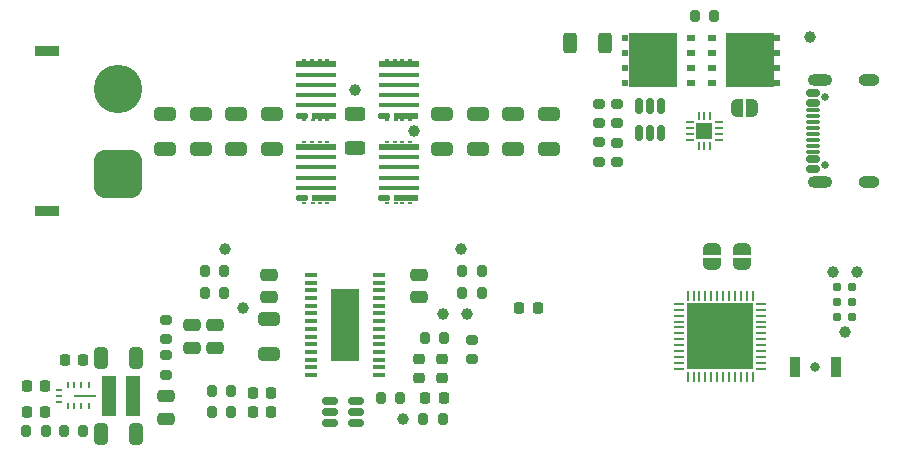
<source format=gbr>
%TF.GenerationSoftware,KiCad,Pcbnew,7.0.8*%
%TF.CreationDate,2024-04-29T11:53:12-04:00*%
%TF.ProjectId,PD Charger,50442043-6861-4726-9765-722e6b696361,rev?*%
%TF.SameCoordinates,Original*%
%TF.FileFunction,Soldermask,Top*%
%TF.FilePolarity,Negative*%
%FSLAX46Y46*%
G04 Gerber Fmt 4.6, Leading zero omitted, Abs format (unit mm)*
G04 Created by KiCad (PCBNEW 7.0.8) date 2024-04-29 11:53:12*
%MOMM*%
%LPD*%
G01*
G04 APERTURE LIST*
G04 Aperture macros list*
%AMRoundRect*
0 Rectangle with rounded corners*
0 $1 Rounding radius*
0 $2 $3 $4 $5 $6 $7 $8 $9 X,Y pos of 4 corners*
0 Add a 4 corners polygon primitive as box body*
4,1,4,$2,$3,$4,$5,$6,$7,$8,$9,$2,$3,0*
0 Add four circle primitives for the rounded corners*
1,1,$1+$1,$2,$3*
1,1,$1+$1,$4,$5*
1,1,$1+$1,$6,$7*
1,1,$1+$1,$8,$9*
0 Add four rect primitives between the rounded corners*
20,1,$1+$1,$2,$3,$4,$5,0*
20,1,$1+$1,$4,$5,$6,$7,0*
20,1,$1+$1,$6,$7,$8,$9,0*
20,1,$1+$1,$8,$9,$2,$3,0*%
%AMFreePoly0*
4,1,19,0.500000,-0.750000,0.000000,-0.750000,0.000000,-0.744911,-0.071157,-0.744911,-0.207708,-0.704816,-0.327430,-0.627875,-0.420627,-0.520320,-0.479746,-0.390866,-0.500000,-0.250000,-0.500000,0.250000,-0.479746,0.390866,-0.420627,0.520320,-0.327430,0.627875,-0.207708,0.704816,-0.071157,0.744911,0.000000,0.744911,0.000000,0.750000,0.500000,0.750000,0.500000,-0.750000,0.500000,-0.750000,
$1*%
%AMFreePoly1*
4,1,19,0.000000,0.744911,0.071157,0.744911,0.207708,0.704816,0.327430,0.627875,0.420627,0.520320,0.479746,0.390866,0.500000,0.250000,0.500000,-0.250000,0.479746,-0.390866,0.420627,-0.520320,0.327430,-0.627875,0.207708,-0.704816,0.071157,-0.744911,0.000000,-0.744911,0.000000,-0.750000,-0.500000,-0.750000,-0.500000,0.750000,0.000000,0.750000,0.000000,0.744911,0.000000,0.744911,
$1*%
G04 Aperture macros list end*
%ADD10C,1.000000*%
%ADD11C,0.800000*%
%ADD12R,0.900000X1.700000*%
%ADD13RoundRect,0.200000X-0.200000X-0.275000X0.200000X-0.275000X0.200000X0.275000X-0.200000X0.275000X0*%
%ADD14C,0.990600*%
%ADD15C,0.787400*%
%ADD16RoundRect,0.200000X0.200000X0.275000X-0.200000X0.275000X-0.200000X-0.275000X0.200000X-0.275000X0*%
%ADD17RoundRect,0.225000X-0.225000X-0.250000X0.225000X-0.250000X0.225000X0.250000X-0.225000X0.250000X0*%
%ADD18RoundRect,0.225000X0.225000X0.250000X-0.225000X0.250000X-0.225000X-0.250000X0.225000X-0.250000X0*%
%ADD19R,1.100000X0.400000*%
%ADD20R,1.200000X1.542500*%
%ADD21RoundRect,0.250000X0.475000X-0.250000X0.475000X0.250000X-0.475000X0.250000X-0.475000X-0.250000X0*%
%ADD22FreePoly0,270.000000*%
%ADD23FreePoly1,270.000000*%
%ADD24R,0.249999X0.599999*%
%ADD25R,0.599999X0.249999*%
%ADD26R,1.825000X0.249999*%
%ADD27RoundRect,0.200000X0.275000X-0.200000X0.275000X0.200000X-0.275000X0.200000X-0.275000X-0.200000X0*%
%ADD28RoundRect,0.250000X-0.650000X0.325000X-0.650000X-0.325000X0.650000X-0.325000X0.650000X0.325000X0*%
%ADD29RoundRect,0.062500X-0.062500X0.275000X-0.062500X-0.275000X0.062500X-0.275000X0.062500X0.275000X0*%
%ADD30RoundRect,0.062500X-0.275000X0.062500X-0.275000X-0.062500X0.275000X-0.062500X0.275000X0.062500X0*%
%ADD31R,1.450000X1.450000*%
%ADD32RoundRect,0.050000X1.650000X-0.135000X1.650000X0.135000X-1.650000X0.135000X-1.650000X-0.135000X0*%
%ADD33RoundRect,0.069853X1.630147X-0.167647X1.630147X0.167647X-1.630147X0.167647X-1.630147X-0.167647X0*%
%ADD34R,0.370000X0.290000*%
%ADD35RoundRect,0.050532X0.441968X-0.186968X0.441968X0.186968X-0.441968X0.186968X-0.441968X-0.186968X0*%
%ADD36RoundRect,0.050532X0.986968X-0.186968X0.986968X0.186968X-0.986968X0.186968X-0.986968X-0.186968X0*%
%ADD37RoundRect,0.250000X-0.625000X0.312500X-0.625000X-0.312500X0.625000X-0.312500X0.625000X0.312500X0*%
%ADD38RoundRect,0.200000X-0.275000X0.200000X-0.275000X-0.200000X0.275000X-0.200000X0.275000X0.200000X0*%
%ADD39RoundRect,0.062500X-0.375000X-0.062500X0.375000X-0.062500X0.375000X0.062500X-0.375000X0.062500X0*%
%ADD40RoundRect,0.062500X-0.062500X-0.375000X0.062500X-0.375000X0.062500X0.375000X-0.062500X0.375000X0*%
%ADD41R,5.600000X5.600000*%
%ADD42C,0.650000*%
%ADD43RoundRect,0.150000X0.425000X-0.150000X0.425000X0.150000X-0.425000X0.150000X-0.425000X-0.150000X0*%
%ADD44RoundRect,0.075000X0.500000X-0.075000X0.500000X0.075000X-0.500000X0.075000X-0.500000X-0.075000X0*%
%ADD45O,2.100000X1.000000*%
%ADD46O,1.800000X1.000000*%
%ADD47RoundRect,0.225000X-0.250000X0.225000X-0.250000X-0.225000X0.250000X-0.225000X0.250000X0.225000X0*%
%ADD48RoundRect,0.150000X-0.150000X0.512500X-0.150000X-0.512500X0.150000X-0.512500X0.150000X0.512500X0*%
%ADD49RoundRect,0.250000X0.325000X0.650000X-0.325000X0.650000X-0.325000X-0.650000X0.325000X-0.650000X0*%
%ADD50RoundRect,0.250000X-0.475000X0.250000X-0.475000X-0.250000X0.475000X-0.250000X0.475000X0.250000X0*%
%ADD51R,2.000000X0.900000*%
%ADD52RoundRect,1.025000X1.025000X-1.025000X1.025000X1.025000X-1.025000X1.025000X-1.025000X-1.025000X0*%
%ADD53C,4.100000*%
%ADD54R,0.650000X0.500000*%
%ADD55R,4.120000X4.600000*%
%ADD56R,0.550000X0.500000*%
%ADD57R,1.300000X3.400000*%
%ADD58RoundRect,0.150000X-0.512500X-0.150000X0.512500X-0.150000X0.512500X0.150000X-0.512500X0.150000X0*%
%ADD59FreePoly0,0.000000*%
%ADD60FreePoly1,0.000000*%
%ADD61RoundRect,0.250000X0.312500X0.625000X-0.312500X0.625000X-0.312500X-0.625000X0.312500X-0.625000X0*%
G04 APERTURE END LIST*
D10*
%TO.C,TP2*%
X45800000Y-25000000D03*
%TD*%
D11*
%TO.C,SW1*%
X79800000Y-45000000D03*
D12*
X78100000Y-45000000D03*
X81500000Y-45000000D03*
%TD*%
D13*
%TO.C,R7*%
X28675000Y-47000000D03*
X30325000Y-47000000D03*
%TD*%
D14*
%TO.C,J2*%
X83276000Y-36960000D03*
X81244000Y-36960000D03*
X82260000Y-42040000D03*
D15*
X82895000Y-40770000D03*
X81625000Y-40770000D03*
X82895000Y-39500000D03*
X81625000Y-39500000D03*
X82895000Y-38230000D03*
X81625000Y-38230000D03*
%TD*%
D10*
%TO.C,TP9*%
X48300000Y-40500000D03*
%TD*%
%TO.C,TP8*%
X79300000Y-17000000D03*
%TD*%
%TO.C,TP7*%
X44889279Y-49337045D03*
%TD*%
%TO.C,TP6*%
X50300000Y-40500000D03*
%TD*%
%TO.C,TP5*%
X49800000Y-35000000D03*
%TD*%
%TO.C,TP4*%
X29800000Y-35000000D03*
%TD*%
%TO.C,TP3*%
X31300000Y-40000000D03*
%TD*%
%TO.C,TP1*%
X40800000Y-21500000D03*
%TD*%
D16*
%TO.C,R21*%
X28675000Y-48800000D03*
X30325000Y-48800000D03*
%TD*%
D17*
%TO.C,C37*%
X54725000Y-40000000D03*
X56275000Y-40000000D03*
%TD*%
D18*
%TO.C,C32*%
X14575000Y-46600000D03*
X13025000Y-46600000D03*
%TD*%
D19*
%TO.C,U3*%
X37110000Y-37186250D03*
X37110000Y-37836250D03*
X37110000Y-38486250D03*
X37110000Y-39136250D03*
X37110000Y-39786250D03*
X37110000Y-40436250D03*
X37110000Y-41086250D03*
X37110000Y-41736250D03*
X37110000Y-42386250D03*
X37110000Y-43036250D03*
X37110000Y-43686250D03*
X37110000Y-44336250D03*
X37110000Y-44986250D03*
X37110000Y-45636250D03*
X42810000Y-45636250D03*
X42810000Y-44986250D03*
X42810000Y-44336250D03*
X42810000Y-43686250D03*
X42810000Y-43036250D03*
X42810000Y-42386250D03*
X42810000Y-41736250D03*
X42810000Y-41086250D03*
X42810000Y-40436250D03*
X42810000Y-39786250D03*
X42810000Y-39136250D03*
X42810000Y-38486250D03*
X42810000Y-37836250D03*
X42810000Y-37186250D03*
D20*
X39360000Y-39097500D03*
X39360000Y-40640000D03*
X39360000Y-42182500D03*
X39360000Y-43725000D03*
X40560000Y-39097500D03*
X40560000Y-40640000D03*
X40560000Y-42182500D03*
X40560000Y-43725000D03*
%TD*%
D21*
%TO.C,C4*%
X46275000Y-39050000D03*
X46275000Y-37150000D03*
%TD*%
D16*
%TO.C,R20*%
X14625000Y-50400000D03*
X12975000Y-50400000D03*
%TD*%
D22*
%TO.C,JP2*%
X71000000Y-34950000D03*
D23*
X71000000Y-36250000D03*
%TD*%
D16*
%TO.C,R1*%
X29765000Y-36830000D03*
X28115000Y-36830000D03*
%TD*%
D24*
%TO.C,U2*%
X18300000Y-46499999D03*
X17650001Y-46499999D03*
X17000000Y-46499999D03*
X16500001Y-46499999D03*
D25*
X15775001Y-46900001D03*
X15775001Y-47400000D03*
X15775001Y-47899999D03*
D24*
X16500001Y-48300001D03*
X17000000Y-48300001D03*
X17650001Y-48300001D03*
X18300000Y-48300001D03*
D26*
X17963000Y-47400000D03*
%TD*%
D27*
%TO.C,R11*%
X61500000Y-24325000D03*
X61500000Y-22675000D03*
%TD*%
D28*
%TO.C,C18*%
X57200000Y-23525000D03*
X57200000Y-26475000D03*
%TD*%
D29*
%TO.C,U1*%
X70905000Y-23737500D03*
X70405000Y-23737500D03*
X69905000Y-23737500D03*
D30*
X69142500Y-24250000D03*
X69142500Y-24750000D03*
X69142500Y-25250000D03*
X69142500Y-25750000D03*
D29*
X69905000Y-26262500D03*
X70405000Y-26262500D03*
X70905000Y-26262500D03*
D30*
X71667500Y-25750000D03*
X71667500Y-25250000D03*
X71667500Y-24750000D03*
X71667500Y-24250000D03*
D31*
X70405000Y-25000000D03*
%TD*%
D28*
%TO.C,C21*%
X48200000Y-23525000D03*
X48200000Y-26475000D03*
%TD*%
D13*
%TO.C,R3*%
X49895000Y-36830000D03*
X51545000Y-36830000D03*
%TD*%
D28*
%TO.C,C14*%
X33750000Y-23525000D03*
X33750000Y-26475000D03*
%TD*%
%TO.C,C16*%
X27750000Y-23525000D03*
X27750000Y-26475000D03*
%TD*%
D32*
%TO.C,Q1*%
X37500000Y-29775000D03*
X37500000Y-28075000D03*
D33*
X37500000Y-26325000D03*
D34*
X36525000Y-25945000D03*
X37175000Y-25945000D03*
X37825000Y-25945000D03*
X38475000Y-25945000D03*
X36525000Y-31055000D03*
D35*
X36293000Y-30675000D03*
D34*
X37275000Y-31055000D03*
X37825000Y-31055000D03*
X38475000Y-31055000D03*
D36*
X38163000Y-30675000D03*
D32*
X37500000Y-28925000D03*
X37500000Y-27225000D03*
%TD*%
D16*
%TO.C,R13*%
X71230000Y-15240000D03*
X69580000Y-15240000D03*
%TD*%
D18*
%TO.C,C6*%
X33715000Y-47190000D03*
X32165000Y-47190000D03*
%TD*%
D37*
%TO.C,R5*%
X40800000Y-23537500D03*
X40800000Y-26462500D03*
%TD*%
D16*
%TO.C,R2*%
X29765000Y-38735000D03*
X28115000Y-38735000D03*
%TD*%
D38*
%TO.C,R14*%
X63000000Y-22675000D03*
X63000000Y-24325000D03*
%TD*%
D16*
%TO.C,R19*%
X17825000Y-50400000D03*
X16175000Y-50400000D03*
%TD*%
D39*
%TO.C,U4*%
X68287500Y-39620000D03*
X68287500Y-40120000D03*
X68287500Y-40620000D03*
X68287500Y-41120000D03*
X68287500Y-41620000D03*
X68287500Y-42120000D03*
X68287500Y-42620000D03*
X68287500Y-43120000D03*
X68287500Y-43620000D03*
X68287500Y-44120000D03*
X68287500Y-44620000D03*
X68287500Y-45120000D03*
D40*
X68975000Y-45807500D03*
X69475000Y-45807500D03*
X69975000Y-45807500D03*
X70475000Y-45807500D03*
X70975000Y-45807500D03*
X71475000Y-45807500D03*
X71975000Y-45807500D03*
X72475000Y-45807500D03*
X72975000Y-45807500D03*
X73475000Y-45807500D03*
X73975000Y-45807500D03*
X74475000Y-45807500D03*
D39*
X75162500Y-45120000D03*
X75162500Y-44620000D03*
X75162500Y-44120000D03*
X75162500Y-43620000D03*
X75162500Y-43120000D03*
X75162500Y-42620000D03*
X75162500Y-42120000D03*
X75162500Y-41620000D03*
X75162500Y-41120000D03*
X75162500Y-40620000D03*
X75162500Y-40120000D03*
X75162500Y-39620000D03*
D40*
X74475000Y-38932500D03*
X73975000Y-38932500D03*
X73475000Y-38932500D03*
X72975000Y-38932500D03*
X72475000Y-38932500D03*
X71975000Y-38932500D03*
X71475000Y-38932500D03*
X70975000Y-38932500D03*
X70475000Y-38932500D03*
X69975000Y-38932500D03*
X69475000Y-38932500D03*
X68975000Y-38932500D03*
D41*
X71725000Y-42370000D03*
%TD*%
D17*
%TO.C,C7*%
X46770000Y-47625000D03*
X48320000Y-47625000D03*
%TD*%
D42*
%TO.C,J1*%
X80645000Y-27890000D03*
X80645000Y-22110000D03*
D43*
X79570000Y-28200000D03*
X79570000Y-27400000D03*
D44*
X79570000Y-26250000D03*
X79570000Y-25250000D03*
X79570000Y-24750000D03*
X79570000Y-23750000D03*
D43*
X79570000Y-22600000D03*
X79570000Y-21800000D03*
X79570000Y-21800000D03*
X79570000Y-22600000D03*
D44*
X79570000Y-23250000D03*
X79570000Y-24250000D03*
X79570000Y-25750000D03*
X79570000Y-26750000D03*
D43*
X79570000Y-27400000D03*
X79570000Y-28200000D03*
D45*
X80145000Y-29320000D03*
D46*
X84325000Y-29320000D03*
D45*
X80145000Y-20680000D03*
D46*
X84325000Y-20680000D03*
%TD*%
D28*
%TO.C,C20*%
X51200000Y-23525000D03*
X51200000Y-26475000D03*
%TD*%
D47*
%TO.C,C8*%
X48180000Y-44310000D03*
X48180000Y-45860000D03*
%TD*%
D18*
%TO.C,C34*%
X14575000Y-48800000D03*
X13025000Y-48800000D03*
%TD*%
D38*
%TO.C,R17*%
X24800000Y-40975000D03*
X24800000Y-42625000D03*
%TD*%
D13*
%TO.C,R15*%
X46575000Y-49400000D03*
X48225000Y-49400000D03*
%TD*%
D48*
%TO.C,Q8*%
X66750000Y-22862500D03*
X65800000Y-22862500D03*
X64850000Y-22862500D03*
X64850000Y-25137500D03*
X65800000Y-25137500D03*
X66750000Y-25137500D03*
%TD*%
D32*
%TO.C,Q2*%
X37500000Y-22775000D03*
X37500000Y-21075000D03*
D33*
X37500000Y-19325000D03*
D34*
X36525000Y-18945000D03*
X37175000Y-18945000D03*
X37825000Y-18945000D03*
X38475000Y-18945000D03*
X36525000Y-24055000D03*
D35*
X36293000Y-23675000D03*
D34*
X37275000Y-24055000D03*
X37825000Y-24055000D03*
X38475000Y-24055000D03*
D36*
X38163000Y-23675000D03*
D32*
X37500000Y-21925000D03*
X37500000Y-20225000D03*
%TD*%
D38*
%TO.C,R16*%
X63000000Y-25975000D03*
X63000000Y-27625000D03*
%TD*%
D13*
%TO.C,R4*%
X51545000Y-38735000D03*
X49895000Y-38735000D03*
%TD*%
D28*
%TO.C,C19*%
X54200000Y-23525000D03*
X54200000Y-26475000D03*
%TD*%
D32*
%TO.C,Q3*%
X44500000Y-29775000D03*
X44500000Y-28075000D03*
D33*
X44500000Y-26325000D03*
D34*
X43525000Y-25945000D03*
X44175000Y-25945000D03*
X44825000Y-25945000D03*
X45475000Y-25945000D03*
X43525000Y-31055000D03*
D35*
X43293000Y-30675000D03*
D34*
X44275000Y-31055000D03*
X44825000Y-31055000D03*
X45475000Y-31055000D03*
D36*
X45163000Y-30675000D03*
D32*
X44500000Y-28925000D03*
X44500000Y-27225000D03*
%TD*%
D21*
%TO.C,C35*%
X26990000Y-43350000D03*
X26990000Y-41450000D03*
%TD*%
D18*
%TO.C,C10*%
X33715000Y-48800000D03*
X32165000Y-48800000D03*
%TD*%
D27*
%TO.C,R12*%
X61500000Y-27575000D03*
X61500000Y-25925000D03*
%TD*%
D28*
%TO.C,C5*%
X33575000Y-40925000D03*
X33575000Y-43875000D03*
%TD*%
D49*
%TO.C,C27*%
X22275000Y-44200000D03*
X19325000Y-44200000D03*
%TD*%
D50*
%TO.C,C3*%
X33575000Y-37150000D03*
X33575000Y-39050000D03*
%TD*%
D13*
%TO.C,R10*%
X42975000Y-47600000D03*
X44625000Y-47600000D03*
%TD*%
D47*
%TO.C,C9*%
X46275000Y-44310000D03*
X46275000Y-45860000D03*
%TD*%
D51*
%TO.C,J3*%
X14750000Y-31750000D03*
X14750000Y-18250000D03*
D52*
X20750000Y-28600000D03*
D53*
X20750000Y-21400000D03*
%TD*%
D17*
%TO.C,C33*%
X16225000Y-44400000D03*
X17775000Y-44400000D03*
%TD*%
D21*
%TO.C,C36*%
X29000000Y-43350000D03*
X29000000Y-41450000D03*
%TD*%
D54*
%TO.C,Q6*%
X71035000Y-17095000D03*
X71035000Y-18365000D03*
X71035000Y-19635000D03*
X71035000Y-20905000D03*
D55*
X74250000Y-19000000D03*
D56*
X76585000Y-17095000D03*
X76585000Y-18365000D03*
X76585000Y-19635000D03*
X76585000Y-20905000D03*
%TD*%
D49*
%TO.C,C28*%
X22275000Y-50600000D03*
X19325000Y-50600000D03*
%TD*%
D32*
%TO.C,Q4*%
X44500000Y-22775000D03*
X44500000Y-21075000D03*
D33*
X44500000Y-19325000D03*
D34*
X43525000Y-18945000D03*
X44175000Y-18945000D03*
X44825000Y-18945000D03*
X45475000Y-18945000D03*
X43525000Y-24055000D03*
D35*
X43293000Y-23675000D03*
D34*
X44275000Y-24055000D03*
X44825000Y-24055000D03*
X45475000Y-24055000D03*
D36*
X45163000Y-23675000D03*
D32*
X44500000Y-21925000D03*
X44500000Y-20225000D03*
%TD*%
D54*
%TO.C,Q5*%
X69250000Y-20905000D03*
X69250000Y-19635000D03*
X69250000Y-18365000D03*
X69250000Y-17095000D03*
D55*
X66035000Y-19000000D03*
D56*
X63700000Y-20905000D03*
X63700000Y-19635000D03*
X63700000Y-18365000D03*
X63700000Y-17095000D03*
%TD*%
D57*
%TO.C,L2*%
X19950000Y-47400000D03*
X22050000Y-47400000D03*
%TD*%
D58*
%TO.C,Q7*%
X38662500Y-47850000D03*
X38662500Y-48800000D03*
X38662500Y-49750000D03*
X40937500Y-49750000D03*
X40937500Y-48800000D03*
X40937500Y-47850000D03*
%TD*%
D21*
%TO.C,C29*%
X24800000Y-49350000D03*
X24800000Y-47450000D03*
%TD*%
D38*
%TO.C,R18*%
X24800000Y-43975000D03*
X24800000Y-45625000D03*
%TD*%
D59*
%TO.C,JP1*%
X73150000Y-23000000D03*
D60*
X74450000Y-23000000D03*
%TD*%
D28*
%TO.C,C17*%
X24750000Y-23525000D03*
X24750000Y-26475000D03*
%TD*%
D38*
%TO.C,R8*%
X50720000Y-44325000D03*
X50720000Y-42675000D03*
%TD*%
D13*
%TO.C,R9*%
X46720000Y-42545000D03*
X48370000Y-42545000D03*
%TD*%
D22*
%TO.C,JP3*%
X73600000Y-34950000D03*
D23*
X73600000Y-36250000D03*
%TD*%
D28*
%TO.C,C15*%
X30750000Y-23525000D03*
X30750000Y-26475000D03*
%TD*%
D61*
%TO.C,R6*%
X61962500Y-17500000D03*
X59037500Y-17500000D03*
%TD*%
M02*

</source>
